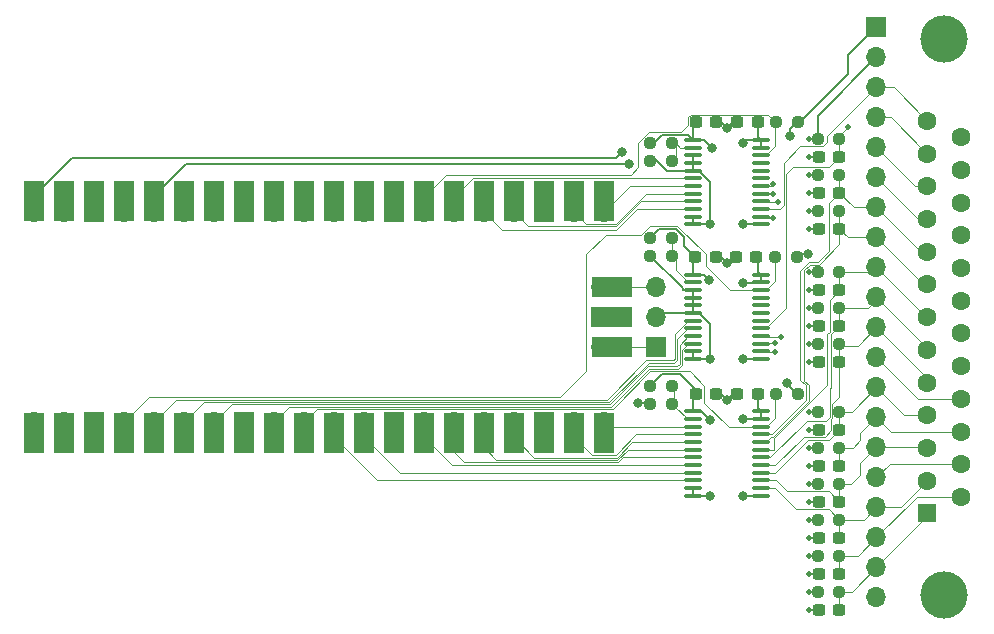
<source format=gbr>
%TF.GenerationSoftware,KiCad,Pcbnew,6.0.10-86aedd382b~118~ubuntu20.04.1*%
%TF.CreationDate,2022-12-30T18:50:17-08:00*%
%TF.ProjectId,parallel2usb,70617261-6c6c-4656-9c32-7573622e6b69,rev?*%
%TF.SameCoordinates,Original*%
%TF.FileFunction,Copper,L1,Top*%
%TF.FilePolarity,Positive*%
%FSLAX46Y46*%
G04 Gerber Fmt 4.6, Leading zero omitted, Abs format (unit mm)*
G04 Created by KiCad (PCBNEW 6.0.10-86aedd382b~118~ubuntu20.04.1) date 2022-12-30 18:50:17*
%MOMM*%
%LPD*%
G01*
G04 APERTURE LIST*
G04 Aperture macros list*
%AMRoundRect*
0 Rectangle with rounded corners*
0 $1 Rounding radius*
0 $2 $3 $4 $5 $6 $7 $8 $9 X,Y pos of 4 corners*
0 Add a 4 corners polygon primitive as box body*
4,1,4,$2,$3,$4,$5,$6,$7,$8,$9,$2,$3,0*
0 Add four circle primitives for the rounded corners*
1,1,$1+$1,$2,$3*
1,1,$1+$1,$4,$5*
1,1,$1+$1,$6,$7*
1,1,$1+$1,$8,$9*
0 Add four rect primitives between the rounded corners*
20,1,$1+$1,$2,$3,$4,$5,0*
20,1,$1+$1,$4,$5,$6,$7,0*
20,1,$1+$1,$6,$7,$8,$9,0*
20,1,$1+$1,$8,$9,$2,$3,0*%
G04 Aperture macros list end*
%TA.AperFunction,SMDPad,CuDef*%
%ADD10RoundRect,0.237500X0.250000X0.237500X-0.250000X0.237500X-0.250000X-0.237500X0.250000X-0.237500X0*%
%TD*%
%TA.AperFunction,SMDPad,CuDef*%
%ADD11RoundRect,0.237500X0.300000X0.237500X-0.300000X0.237500X-0.300000X-0.237500X0.300000X-0.237500X0*%
%TD*%
%TA.AperFunction,SMDPad,CuDef*%
%ADD12RoundRect,0.237500X-0.250000X-0.237500X0.250000X-0.237500X0.250000X0.237500X-0.250000X0.237500X0*%
%TD*%
%TA.AperFunction,SMDPad,CuDef*%
%ADD13RoundRect,0.237500X-0.300000X-0.237500X0.300000X-0.237500X0.300000X0.237500X-0.300000X0.237500X0*%
%TD*%
%TA.AperFunction,SMDPad,CuDef*%
%ADD14RoundRect,0.100000X-0.637500X-0.100000X0.637500X-0.100000X0.637500X0.100000X-0.637500X0.100000X0*%
%TD*%
%TA.AperFunction,ComponentPad*%
%ADD15C,4.000000*%
%TD*%
%TA.AperFunction,ComponentPad*%
%ADD16R,1.600000X1.600000*%
%TD*%
%TA.AperFunction,ComponentPad*%
%ADD17C,1.600000*%
%TD*%
%TA.AperFunction,ComponentPad*%
%ADD18O,1.700000X1.700000*%
%TD*%
%TA.AperFunction,ComponentPad*%
%ADD19R,1.700000X1.700000*%
%TD*%
%TA.AperFunction,SMDPad,CuDef*%
%ADD20R,3.500000X1.700000*%
%TD*%
%TA.AperFunction,SMDPad,CuDef*%
%ADD21R,1.700000X3.500000*%
%TD*%
%TA.AperFunction,ViaPad*%
%ADD22C,0.460000*%
%TD*%
%TA.AperFunction,ViaPad*%
%ADD23C,0.800000*%
%TD*%
%TA.AperFunction,Conductor*%
%ADD24C,0.100000*%
%TD*%
%TA.AperFunction,Conductor*%
%ADD25C,0.200000*%
%TD*%
G04 APERTURE END LIST*
D10*
%TO.P,R3,2*%
%TO.N,/SOEN_3*%
X186309000Y-85090000D03*
%TO.P,R3,1*%
%TO.N,+3.3V*%
X188134000Y-85090000D03*
%TD*%
D11*
%TO.P,C3,2*%
%TO.N,GND*%
X183007000Y-85090000D03*
%TO.P,C3,1*%
%TO.N,+5V*%
X184732000Y-85090000D03*
%TD*%
%TO.P,C16,1*%
%TO.N,/INIT*%
X191643000Y-114173000D03*
%TO.P,C16,2*%
%TO.N,GND*%
X189918000Y-114173000D03*
%TD*%
%TO.P,C17,1*%
%TO.N,/AUTOF*%
X191643000Y-123317000D03*
%TO.P,C17,2*%
%TO.N,GND*%
X189918000Y-123317000D03*
%TD*%
D12*
%TO.P,R9,1*%
%TO.N,+5V*%
X189818000Y-103886000D03*
%TO.P,R9,2*%
%TO.N,/D3*%
X191643000Y-103886000D03*
%TD*%
D11*
%TO.P,C15,1*%
%TO.N,/SELIN*%
X191643000Y-88011000D03*
%TO.P,C15,2*%
%TO.N,GND*%
X189918000Y-88011000D03*
%TD*%
D12*
%TO.P,R18,1*%
%TO.N,+3.3V*%
X175617500Y-94869000D03*
%TO.P,R18,2*%
%TO.N,/CDIR_3*%
X177442500Y-94869000D03*
%TD*%
D13*
%TO.P,C5,2*%
%TO.N,GND*%
X181176000Y-96520000D03*
%TO.P,C5,1*%
%TO.N,+3.3V*%
X179451000Y-96520000D03*
%TD*%
D11*
%TO.P,C11,1*%
%TO.N,/D2*%
X191643000Y-111125000D03*
%TO.P,C11,2*%
%TO.N,GND*%
X189918000Y-111125000D03*
%TD*%
D12*
%TO.P,R11,1*%
%TO.N,+5V*%
X189818000Y-115697000D03*
%TO.P,R11,2*%
%TO.N,/D1*%
X191643000Y-115697000D03*
%TD*%
D14*
%TO.P,U1,24,VCCB*%
%TO.N,+5V*%
X184980500Y-109582000D03*
%TO.P,U1,23,VCCB*%
X184980500Y-110232000D03*
%TO.P,U1,22,~{OE}*%
%TO.N,/DOEN_3*%
X184980500Y-110882000D03*
%TO.P,U1,21,B1*%
%TO.N,/D7*%
X184980500Y-111532000D03*
%TO.P,U1,20,B2*%
%TO.N,/D6*%
X184980500Y-112182000D03*
%TO.P,U1,19,B3*%
%TO.N,/D5*%
X184980500Y-112832000D03*
%TO.P,U1,18,B4*%
%TO.N,/D4*%
X184980500Y-113482000D03*
%TO.P,U1,17,B5*%
%TO.N,/D3*%
X184980500Y-114132000D03*
%TO.P,U1,16,B6*%
%TO.N,/D2*%
X184980500Y-114782000D03*
%TO.P,U1,15,B7*%
%TO.N,/D1*%
X184980500Y-115432000D03*
%TO.P,U1,14,B8*%
%TO.N,/D0*%
X184980500Y-116082000D03*
%TO.P,U1,13,GND*%
%TO.N,GND*%
X184980500Y-116732000D03*
%TO.P,U1,12,GND*%
X179255500Y-116732000D03*
%TO.P,U1,11,GND*%
X179255500Y-116082000D03*
%TO.P,U1,10,A8*%
%TO.N,/D0_3*%
X179255500Y-115432000D03*
%TO.P,U1,9,A7*%
%TO.N,/D1_3*%
X179255500Y-114782000D03*
%TO.P,U1,8,A6*%
%TO.N,/D2_3*%
X179255500Y-114132000D03*
%TO.P,U1,7,A5*%
%TO.N,/D3_3*%
X179255500Y-113482000D03*
%TO.P,U1,6,A4*%
%TO.N,/D4_3*%
X179255500Y-112832000D03*
%TO.P,U1,5,A3*%
%TO.N,/D5_3*%
X179255500Y-112182000D03*
%TO.P,U1,4,A2*%
%TO.N,/D6_3*%
X179255500Y-111532000D03*
%TO.P,U1,3,A1*%
%TO.N,/D7_3*%
X179255500Y-110882000D03*
%TO.P,U1,2,DIR*%
%TO.N,/DDIR_3*%
X179255500Y-110232000D03*
%TO.P,U1,1,VCCA*%
%TO.N,+3.3V*%
X179255500Y-109582000D03*
%TD*%
D10*
%TO.P,R19,1*%
%TO.N,/CDIR_3*%
X177442500Y-96393000D03*
%TO.P,R19,2*%
%TO.N,GND*%
X175617500Y-96393000D03*
%TD*%
D12*
%TO.P,R16,1*%
%TO.N,+3.3V*%
X175641000Y-86868000D03*
%TO.P,R16,2*%
%TO.N,/SDIR_3*%
X177466000Y-86868000D03*
%TD*%
D13*
%TO.P,C2,2*%
%TO.N,GND*%
X181229000Y-108077000D03*
%TO.P,C2,1*%
%TO.N,+3.3V*%
X179504000Y-108077000D03*
%TD*%
D11*
%TO.P,C4,2*%
%TO.N,GND*%
X183007000Y-108077000D03*
%TO.P,C4,1*%
%TO.N,+5V*%
X184732000Y-108077000D03*
%TD*%
D14*
%TO.P,U3,24,VCCB*%
%TO.N,+5V*%
X184980500Y-98006000D03*
%TO.P,U3,23,VCCB*%
X184980500Y-98656000D03*
%TO.P,U3,22,~{OE}*%
%TO.N,/COEN_3*%
X184980500Y-99306000D03*
%TO.P,U3,21,B1*%
%TO.N,unconnected-(U3-Pad21)*%
X184980500Y-99956000D03*
%TO.P,U3,20,B2*%
%TO.N,unconnected-(U3-Pad20)*%
X184980500Y-100606000D03*
%TO.P,U3,19,B3*%
%TO.N,unconnected-(U3-Pad19)*%
X184980500Y-101256000D03*
%TO.P,U3,18,B4*%
%TO.N,unconnected-(U3-Pad18)*%
X184980500Y-101906000D03*
%TO.P,U3,17,B5*%
%TO.N,/SELIN*%
X184980500Y-102556000D03*
%TO.P,U3,16,B6*%
%TO.N,/INIT*%
X184980500Y-103206000D03*
%TO.P,U3,15,B7*%
%TO.N,/AUTOF*%
X184980500Y-103856000D03*
%TO.P,U3,14,B8*%
%TO.N,/STROBE*%
X184980500Y-104506000D03*
%TO.P,U3,13,GND*%
%TO.N,GND*%
X184980500Y-105156000D03*
%TO.P,U3,12,GND*%
X179255500Y-105156000D03*
%TO.P,U3,11,GND*%
X179255500Y-104506000D03*
%TO.P,U3,10,A8*%
%TO.N,/STROBE_3*%
X179255500Y-103856000D03*
%TO.P,U3,9,A7*%
%TO.N,/AUTOF_3*%
X179255500Y-103206000D03*
%TO.P,U3,8,A6*%
%TO.N,/INIT_3*%
X179255500Y-102556000D03*
%TO.P,U3,7,A5*%
%TO.N,/SELIN_3*%
X179255500Y-101906000D03*
%TO.P,U3,6,A4*%
%TO.N,GND*%
X179255500Y-101256000D03*
%TO.P,U3,5,A3*%
X179255500Y-100606000D03*
%TO.P,U3,4,A2*%
X179255500Y-99956000D03*
%TO.P,U3,3,A1*%
X179255500Y-99306000D03*
%TO.P,U3,2,DIR*%
%TO.N,/CDIR_3*%
X179255500Y-98656000D03*
%TO.P,U3,1,VCCA*%
%TO.N,+3.3V*%
X179255500Y-98006000D03*
%TD*%
D11*
%TO.P,C9,1*%
%TO.N,/D4*%
X191643000Y-102362000D03*
%TO.P,C9,2*%
%TO.N,GND*%
X189918000Y-102362000D03*
%TD*%
D12*
%TO.P,R8,1*%
%TO.N,+5V*%
X189818000Y-100838000D03*
%TO.P,R8,2*%
%TO.N,/D4*%
X191643000Y-100838000D03*
%TD*%
%TO.P,R6,1*%
%TO.N,+5V*%
X189818000Y-92583000D03*
%TO.P,R6,2*%
%TO.N,/D6*%
X191643000Y-92583000D03*
%TD*%
D15*
%TO.P,J1,0,PAD*%
%TO.N,GND*%
X200508000Y-78055000D03*
X200508000Y-125155000D03*
D16*
%TO.P,J1,1,1*%
%TO.N,/STROBE*%
X199088000Y-118225000D03*
D17*
%TO.P,J1,2,2*%
%TO.N,/D0*%
X199088000Y-115455000D03*
%TO.P,J1,3,3*%
%TO.N,/D1*%
X199088000Y-112685000D03*
%TO.P,J1,4,4*%
%TO.N,/D2*%
X199088000Y-109915000D03*
%TO.P,J1,5,5*%
%TO.N,/D3*%
X199088000Y-107145000D03*
%TO.P,J1,6,6*%
%TO.N,/D4*%
X199088000Y-104375000D03*
%TO.P,J1,7,7*%
%TO.N,/D5*%
X199088000Y-101605000D03*
%TO.P,J1,8,8*%
%TO.N,/D6*%
X199088000Y-98835000D03*
%TO.P,J1,9,9*%
%TO.N,/D7*%
X199088000Y-96065000D03*
%TO.P,J1,10,10*%
%TO.N,/ACK*%
X199088000Y-93295000D03*
%TO.P,J1,11,11*%
%TO.N,/BUSY*%
X199088000Y-90525000D03*
%TO.P,J1,12,12*%
%TO.N,/PE*%
X199088000Y-87755000D03*
%TO.P,J1,13,13*%
%TO.N,/SEL*%
X199088000Y-84985000D03*
%TO.P,J1,14,P14*%
%TO.N,/AUTOF*%
X201928000Y-116840000D03*
%TO.P,J1,15,P15*%
%TO.N,/ERROR*%
X201928000Y-114070000D03*
%TO.P,J1,16,P16*%
%TO.N,/INIT*%
X201928000Y-111300000D03*
%TO.P,J1,17,P17*%
%TO.N,/SELIN*%
X201928000Y-108530000D03*
%TO.P,J1,18,P18*%
%TO.N,GND*%
X201928000Y-105760000D03*
%TO.P,J1,19,P19*%
X201928000Y-102990000D03*
%TO.P,J1,20,P20*%
X201928000Y-100220000D03*
%TO.P,J1,21,P21*%
X201928000Y-97450000D03*
%TO.P,J1,22,P22*%
X201928000Y-94680000D03*
%TO.P,J1,23,P23*%
X201928000Y-91910000D03*
%TO.P,J1,24,P24*%
X201928000Y-89140000D03*
%TO.P,J1,25,P25*%
X201928000Y-86370000D03*
%TD*%
D10*
%TO.P,R2,2*%
%TO.N,/DOEN_3*%
X186309000Y-108077000D03*
%TO.P,R2,1*%
%TO.N,+3.3V*%
X188134000Y-108077000D03*
%TD*%
D12*
%TO.P,R15,1*%
%TO.N,+5V*%
X189818000Y-124841000D03*
%TO.P,R15,2*%
%TO.N,/STROBE*%
X191643000Y-124841000D03*
%TD*%
D11*
%TO.P,C10,1*%
%TO.N,/D3*%
X191643000Y-105410000D03*
%TO.P,C10,2*%
%TO.N,GND*%
X189918000Y-105410000D03*
%TD*%
%TO.P,C8,1*%
%TO.N,/D5*%
X191643000Y-99314000D03*
%TO.P,C8,2*%
%TO.N,GND*%
X189918000Y-99314000D03*
%TD*%
D12*
%TO.P,R14,1*%
%TO.N,+5V*%
X189818000Y-121793000D03*
%TO.P,R14,2*%
%TO.N,/AUTOF*%
X191643000Y-121793000D03*
%TD*%
D18*
%TO.P,J3,3,Pin_3*%
%TO.N,/SWDIO*%
X176149000Y-99045000D03*
%TO.P,J3,2,Pin_2*%
%TO.N,GND*%
X176149000Y-101585000D03*
D19*
%TO.P,J3,1,Pin_1*%
%TO.N,/SWCLK*%
X176149000Y-104125000D03*
%TD*%
D12*
%TO.P,R13,1*%
%TO.N,+5V*%
X189818000Y-112649000D03*
%TO.P,R13,2*%
%TO.N,/INIT*%
X191643000Y-112649000D03*
%TD*%
%TO.P,R10,1*%
%TO.N,+5V*%
X189818000Y-109601000D03*
%TO.P,R10,2*%
%TO.N,/D2*%
X191643000Y-109601000D03*
%TD*%
D10*
%TO.P,R21,1*%
%TO.N,/DDIR_3*%
X177442500Y-108966000D03*
%TO.P,R21,2*%
%TO.N,GND*%
X175617500Y-108966000D03*
%TD*%
D11*
%TO.P,C6,1*%
%TO.N,/D7*%
X191643000Y-91059000D03*
%TO.P,C6,2*%
%TO.N,GND*%
X189918000Y-91059000D03*
%TD*%
%TO.P,C12,1*%
%TO.N,/D1*%
X191643000Y-117221000D03*
%TO.P,C12,2*%
%TO.N,GND*%
X189918000Y-117221000D03*
%TD*%
%TO.P,C14,2*%
%TO.N,GND*%
X182880000Y-96520000D03*
%TO.P,C14,1*%
%TO.N,+5V*%
X184605000Y-96520000D03*
%TD*%
D13*
%TO.P,C1,2*%
%TO.N,GND*%
X181229000Y-85090000D03*
%TO.P,C1,1*%
%TO.N,+3.3V*%
X179504000Y-85090000D03*
%TD*%
D10*
%TO.P,R17,1*%
%TO.N,/SDIR_3*%
X177466000Y-88392000D03*
%TO.P,R17,2*%
%TO.N,GND*%
X175641000Y-88392000D03*
%TD*%
D11*
%TO.P,C18,1*%
%TO.N,/STROBE*%
X191643000Y-126365000D03*
%TO.P,C18,2*%
%TO.N,GND*%
X189918000Y-126365000D03*
%TD*%
D12*
%TO.P,R7,1*%
%TO.N,+5V*%
X189818000Y-97790000D03*
%TO.P,R7,2*%
%TO.N,/D5*%
X191643000Y-97790000D03*
%TD*%
%TO.P,R12,1*%
%TO.N,+5V*%
X189818000Y-118745000D03*
%TO.P,R12,2*%
%TO.N,/D0*%
X191643000Y-118745000D03*
%TD*%
D11*
%TO.P,C13,2*%
%TO.N,GND*%
X189918000Y-120269000D03*
%TO.P,C13,1*%
%TO.N,/D0*%
X191643000Y-120269000D03*
%TD*%
D12*
%TO.P,R20,2*%
%TO.N,/DDIR_3*%
X177466000Y-107442000D03*
%TO.P,R20,1*%
%TO.N,+3.3V*%
X175641000Y-107442000D03*
%TD*%
D11*
%TO.P,C7,1*%
%TO.N,/D6*%
X191643000Y-94107000D03*
%TO.P,C7,2*%
%TO.N,GND*%
X189918000Y-94107000D03*
%TD*%
D20*
%TO.P,U4,43,SWDIO*%
%TO.N,/SWDIO*%
X172350000Y-99060000D03*
D18*
X171450000Y-99060000D03*
D20*
%TO.P,U4,42,GND*%
%TO.N,GND*%
X172350000Y-101600000D03*
D19*
X171450000Y-101600000D03*
D20*
%TO.P,U4,41,SWCLK*%
%TO.N,/SWCLK*%
X172350000Y-104140000D03*
D18*
X171450000Y-104140000D03*
D21*
%TO.P,U4,40,VBUS*%
%TO.N,+5V*%
X123420000Y-91810000D03*
D18*
X123420000Y-92710000D03*
%TO.P,U4,39,VSYS*%
%TO.N,unconnected-(U4-Pad39)*%
X125960000Y-92710000D03*
D21*
X125960000Y-91810000D03*
%TO.P,U4,38,GND*%
%TO.N,GND*%
X128500000Y-91810000D03*
D19*
X128500000Y-92710000D03*
D18*
%TO.P,U4,37,3V3_EN*%
%TO.N,unconnected-(U4-Pad37)*%
X131040000Y-92710000D03*
D21*
X131040000Y-91810000D03*
%TO.P,U4,36,3V3*%
%TO.N,+3.3V*%
X133580000Y-91810000D03*
D18*
X133580000Y-92710000D03*
D21*
%TO.P,U4,35,ADC_VREF*%
%TO.N,unconnected-(U4-Pad35)*%
X136120000Y-91810000D03*
D18*
X136120000Y-92710000D03*
D21*
%TO.P,U4,34,GPIO28_ADC2*%
%TO.N,unconnected-(U4-Pad34)*%
X138660000Y-91810000D03*
D18*
X138660000Y-92710000D03*
D19*
%TO.P,U4,33,AGND*%
%TO.N,GND*%
X141200000Y-92710000D03*
D21*
X141200000Y-91810000D03*
%TO.P,U4,32,GPIO27_ADC1*%
%TO.N,unconnected-(U4-Pad32)*%
X143740000Y-91810000D03*
D18*
X143740000Y-92710000D03*
%TO.P,U4,31,GPIO26_ADC0*%
%TO.N,unconnected-(U4-Pad31)*%
X146280000Y-92710000D03*
D21*
X146280000Y-91810000D03*
D18*
%TO.P,U4,30,RUN*%
%TO.N,unconnected-(U4-Pad30)*%
X148820000Y-92710000D03*
D21*
X148820000Y-91810000D03*
D18*
%TO.P,U4,29,GPIO22*%
%TO.N,unconnected-(U4-Pad29)*%
X151360000Y-92710000D03*
D21*
X151360000Y-91810000D03*
%TO.P,U4,28,GND*%
%TO.N,GND*%
X153900000Y-91810000D03*
D19*
X153900000Y-92710000D03*
D18*
%TO.P,U4,27,GPIO21*%
%TO.N,/SOEN_3*%
X156440000Y-92710000D03*
D21*
X156440000Y-91810000D03*
%TO.P,U4,26,GPIO20*%
%TO.N,/ACK_3*%
X158980000Y-91810000D03*
D18*
X158980000Y-92710000D03*
D21*
%TO.P,U4,25,GPIO19*%
%TO.N,/ERROR_3*%
X161520000Y-91810000D03*
D18*
X161520000Y-92710000D03*
%TO.P,U4,24,GPIO18*%
%TO.N,/SEL_3*%
X164060000Y-92710000D03*
D21*
X164060000Y-91810000D03*
%TO.P,U4,23,GND*%
%TO.N,GND*%
X166600000Y-91810000D03*
D19*
X166600000Y-92710000D03*
D21*
%TO.P,U4,22,GPIO17*%
%TO.N,/PE_3*%
X169140000Y-91810000D03*
D18*
X169140000Y-92710000D03*
D21*
%TO.P,U4,21,GPIO16*%
%TO.N,/BUSY_3*%
X171680000Y-91810000D03*
D18*
X171680000Y-92710000D03*
D21*
%TO.P,U4,20,GPIO15*%
%TO.N,/D7_3*%
X171680000Y-111390000D03*
D18*
X171680000Y-110490000D03*
%TO.P,U4,19,GPIO14*%
%TO.N,/D6_3*%
X169140000Y-110490000D03*
D21*
X169140000Y-111390000D03*
%TO.P,U4,18,GND*%
%TO.N,GND*%
X166600000Y-111390000D03*
D19*
X166600000Y-110490000D03*
D18*
%TO.P,U4,17,GPIO13*%
%TO.N,/D5_3*%
X164060000Y-110490000D03*
D21*
X164060000Y-111390000D03*
D18*
%TO.P,U4,16,GPIO12*%
%TO.N,/D4_3*%
X161520000Y-110490000D03*
D21*
X161520000Y-111390000D03*
D18*
%TO.P,U4,15,GPIO11*%
%TO.N,/D3_3*%
X158980000Y-110490000D03*
D21*
X158980000Y-111390000D03*
D18*
%TO.P,U4,14,GPIO10*%
%TO.N,/D2_3*%
X156440000Y-110490000D03*
D21*
X156440000Y-111390000D03*
D19*
%TO.P,U4,13,GND*%
%TO.N,GND*%
X153900000Y-110490000D03*
D21*
X153900000Y-111390000D03*
D18*
%TO.P,U4,12,GPIO9*%
%TO.N,/D1_3*%
X151360000Y-110490000D03*
D21*
X151360000Y-111390000D03*
D18*
%TO.P,U4,11,GPIO8*%
%TO.N,/D0_3*%
X148820000Y-110490000D03*
D21*
X148820000Y-111390000D03*
%TO.P,U4,10,GPIO7*%
%TO.N,/DOEN_3*%
X146280000Y-111390000D03*
D18*
X146280000Y-110490000D03*
D21*
%TO.P,U4,9,GPIO6*%
%TO.N,/STROBE_3*%
X143740000Y-111390000D03*
D18*
X143740000Y-110490000D03*
D19*
%TO.P,U4,8,GND*%
%TO.N,GND*%
X141200000Y-110490000D03*
D21*
X141200000Y-111390000D03*
D18*
%TO.P,U4,7,GPIO5*%
%TO.N,/AUTOF_3*%
X138660000Y-110490000D03*
D21*
X138660000Y-111390000D03*
D18*
%TO.P,U4,6,GPIO4*%
%TO.N,/INIT_3*%
X136120000Y-110490000D03*
D21*
X136120000Y-111390000D03*
%TO.P,U4,5,GPIO3*%
%TO.N,/SELIN_3*%
X133580000Y-111390000D03*
D18*
X133580000Y-110490000D03*
%TO.P,U4,4,GPIO2*%
%TO.N,/COEN_3*%
X131040000Y-110490000D03*
D21*
X131040000Y-111390000D03*
D19*
%TO.P,U4,3,GND*%
%TO.N,GND*%
X128500000Y-110490000D03*
D21*
X128500000Y-111390000D03*
%TO.P,U4,2,GPIO1*%
%TO.N,unconnected-(U4-Pad2)*%
X125960000Y-111390000D03*
D18*
X125960000Y-110490000D03*
D21*
%TO.P,U4,1,GPIO0*%
%TO.N,unconnected-(U4-Pad1)*%
X123420000Y-111390000D03*
D18*
X123420000Y-110490000D03*
%TD*%
D10*
%TO.P,R1,2*%
%TO.N,/COEN_3*%
X186182000Y-96520000D03*
%TO.P,R1,1*%
%TO.N,+3.3V*%
X188007000Y-96520000D03*
%TD*%
D14*
%TO.P,U2,24,VCCB*%
%TO.N,+5V*%
X184980500Y-86595000D03*
%TO.P,U2,23,VCCB*%
X184980500Y-87245000D03*
%TO.P,U2,22,~{OE}*%
%TO.N,/SOEN_3*%
X184980500Y-87895000D03*
%TO.P,U2,21,B1*%
%TO.N,unconnected-(U2-Pad21)*%
X184980500Y-88545000D03*
%TO.P,U2,20,B2*%
%TO.N,unconnected-(U2-Pad20)*%
X184980500Y-89195000D03*
%TO.P,U2,19,B3*%
%TO.N,unconnected-(U2-Pad19)*%
X184980500Y-89845000D03*
%TO.P,U2,18,B4*%
%TO.N,/PE*%
X184980500Y-90495000D03*
%TO.P,U2,17,B5*%
%TO.N,/BUSY*%
X184980500Y-91145000D03*
%TO.P,U2,16,B6*%
%TO.N,/ACK*%
X184980500Y-91795000D03*
%TO.P,U2,15,B7*%
%TO.N,/SEL*%
X184980500Y-92445000D03*
%TO.P,U2,14,B8*%
%TO.N,/ERROR*%
X184980500Y-93095000D03*
%TO.P,U2,13,GND*%
%TO.N,GND*%
X184980500Y-93745000D03*
%TO.P,U2,12,GND*%
X179255500Y-93745000D03*
%TO.P,U2,11,GND*%
X179255500Y-93095000D03*
%TO.P,U2,10,A8*%
%TO.N,/ERROR_3*%
X179255500Y-92445000D03*
%TO.P,U2,9,A7*%
%TO.N,/SEL_3*%
X179255500Y-91795000D03*
%TO.P,U2,8,A6*%
%TO.N,/PE_3*%
X179255500Y-91145000D03*
%TO.P,U2,7,A5*%
%TO.N,/BUSY_3*%
X179255500Y-90495000D03*
%TO.P,U2,6,A4*%
%TO.N,/ACK_3*%
X179255500Y-89845000D03*
%TO.P,U2,5,A3*%
%TO.N,GND*%
X179255500Y-89195000D03*
%TO.P,U2,4,A2*%
X179255500Y-88545000D03*
%TO.P,U2,3,A1*%
X179255500Y-87895000D03*
%TO.P,U2,2,DIR*%
%TO.N,/SDIR_3*%
X179255500Y-87245000D03*
%TO.P,U2,1,VCCA*%
%TO.N,+3.3V*%
X179255500Y-86595000D03*
%TD*%
D12*
%TO.P,R4,1*%
%TO.N,+5V*%
X189818000Y-86487000D03*
%TO.P,R4,2*%
%TO.N,/SELIN*%
X191643000Y-86487000D03*
%TD*%
D19*
%TO.P,J2,1,Pin_1*%
%TO.N,+3.3V*%
X194770000Y-77082000D03*
D18*
%TO.P,J2,2,Pin_2*%
%TO.N,+5V*%
X194770000Y-79622000D03*
%TO.P,J2,3,Pin_3*%
%TO.N,/SEL*%
X194770000Y-82162000D03*
%TO.P,J2,4,Pin_4*%
%TO.N,/PE*%
X194770000Y-84702000D03*
%TO.P,J2,5,Pin_5*%
%TO.N,/BUSY*%
X194770000Y-87242000D03*
%TO.P,J2,6,Pin_6*%
%TO.N,/ACK*%
X194770000Y-89782000D03*
%TO.P,J2,7,Pin_7*%
%TO.N,/D7*%
X194770000Y-92322000D03*
%TO.P,J2,8,Pin_8*%
%TO.N,/D6*%
X194770000Y-94862000D03*
%TO.P,J2,9,Pin_9*%
%TO.N,/D5*%
X194770000Y-97402000D03*
%TO.P,J2,10,Pin_10*%
%TO.N,/D4*%
X194770000Y-99942000D03*
%TO.P,J2,11,Pin_11*%
%TO.N,/D3*%
X194770000Y-102482000D03*
%TO.P,J2,12,Pin_12*%
%TO.N,/SELIN*%
X194770000Y-105022000D03*
%TO.P,J2,13,Pin_13*%
%TO.N,/D2*%
X194770000Y-107562000D03*
%TO.P,J2,14,Pin_14*%
%TO.N,/INIT*%
X194770000Y-110102000D03*
%TO.P,J2,15,Pin_15*%
%TO.N,/D1*%
X194770000Y-112642000D03*
%TO.P,J2,16,Pin_16*%
%TO.N,/ERROR*%
X194770000Y-115182000D03*
%TO.P,J2,17,Pin_17*%
%TO.N,/D0*%
X194770000Y-117722000D03*
%TO.P,J2,18,Pin_18*%
%TO.N,/AUTOF*%
X194770000Y-120262000D03*
%TO.P,J2,19,Pin_19*%
%TO.N,/STROBE*%
X194770000Y-122802000D03*
%TO.P,J2,20,Pin_20*%
%TO.N,GND*%
X194770000Y-125342000D03*
%TD*%
D12*
%TO.P,R5,1*%
%TO.N,+5V*%
X189818000Y-89535000D03*
%TO.P,R5,2*%
%TO.N,/D7*%
X191643000Y-89535000D03*
%TD*%
D22*
%TO.N,/SELIN*%
X192405000Y-85471000D03*
D23*
%TO.N,+5V*%
X183515000Y-98679000D03*
%TO.N,GND*%
X174625000Y-108839000D03*
%TO.N,+3.3V*%
X188976000Y-96266000D03*
X187198000Y-107188000D03*
X180594000Y-98425000D03*
%TO.N,+5V*%
X173228000Y-87630000D03*
%TO.N,+3.3V*%
X187452000Y-86233000D03*
X173863000Y-88656503D03*
D22*
%TO.N,/ACK*%
X186436000Y-91821000D03*
%TO.N,/ERROR*%
X186055000Y-93218000D03*
%TO.N,/INIT*%
X186690000Y-103251000D03*
%TO.N,/AUTOF*%
X186182000Y-103759000D03*
%TO.N,/STROBE*%
X186182000Y-104521000D03*
D23*
%TO.N,GND*%
X182118000Y-97028000D03*
X180721000Y-105156000D03*
X183515000Y-105156000D03*
D22*
%TO.N,+5V*%
X189103000Y-121793000D03*
%TO.N,GND*%
X189103000Y-123317000D03*
X189103000Y-117221000D03*
%TO.N,+5V*%
X189103000Y-112649000D03*
%TO.N,GND*%
X189103000Y-91059000D03*
X189103000Y-88011000D03*
D23*
X180721000Y-93726000D03*
X180721000Y-116713000D03*
D22*
%TO.N,+5V*%
X189103000Y-115697000D03*
D23*
%TO.N,GND*%
X182118000Y-108585000D03*
X183515000Y-116713000D03*
D22*
X189103000Y-120269000D03*
D23*
X183515000Y-93726000D03*
D22*
X189103000Y-126365000D03*
D23*
X182118000Y-85598000D03*
D22*
X189103000Y-94107000D03*
X189103000Y-102362000D03*
%TO.N,+5V*%
X189103000Y-92583000D03*
%TO.N,GND*%
X189103000Y-105410000D03*
X189103000Y-99314000D03*
X189103000Y-111125000D03*
%TO.N,/BUSY*%
X185984000Y-91186000D03*
%TO.N,/PE*%
X186055000Y-90297000D03*
D23*
%TO.N,+3.3V*%
X180641843Y-110315157D03*
X180848000Y-87249000D03*
D22*
%TO.N,+5V*%
X189103000Y-103886000D03*
D23*
X183515000Y-110236000D03*
D22*
X189103000Y-97790000D03*
%TO.N,GND*%
X189103000Y-114173000D03*
%TO.N,+5V*%
X189103000Y-109601000D03*
D23*
X183515000Y-86868000D03*
D22*
X189103000Y-100838000D03*
X189103000Y-86487000D03*
X189103000Y-89535000D03*
X189103000Y-118745000D03*
X189103000Y-124841000D03*
%TD*%
D24*
%TO.N,/SELIN*%
X192405000Y-85471000D02*
X191643000Y-86233000D01*
X191643000Y-86233000D02*
X191643000Y-86487000D01*
%TO.N,/SEL*%
X190627000Y-86741000D02*
X190627000Y-86305000D01*
X186944000Y-92075000D02*
X186944000Y-88519000D01*
X186574000Y-92445000D02*
X186944000Y-92075000D01*
X190246000Y-87122000D02*
X190627000Y-86741000D01*
X188341000Y-87122000D02*
X190246000Y-87122000D01*
X184980500Y-92445000D02*
X186574000Y-92445000D01*
%TO.N,/SELIN*%
X184980500Y-102556000D02*
X185421553Y-102556000D01*
X185421553Y-102556000D02*
X187143501Y-100834052D01*
%TO.N,/SEL*%
X186944000Y-88519000D02*
X188341000Y-87122000D01*
%TO.N,/SELIN*%
X187143501Y-100834052D02*
X187143501Y-89462499D01*
X187143501Y-89462499D02*
X187696000Y-88910000D01*
X190744000Y-88910000D02*
X191643000Y-88011000D01*
X187696000Y-88910000D02*
X190744000Y-88910000D01*
%TO.N,/SEL*%
X190627000Y-86305000D02*
X194770000Y-82162000D01*
%TO.N,/CDIR_3*%
X177442500Y-94869000D02*
X177442500Y-96393000D01*
D25*
%TO.N,+3.3V*%
X175617500Y-94869000D02*
X176379500Y-94107000D01*
X176379500Y-94107000D02*
X177800000Y-94107000D01*
X177800000Y-94107000D02*
X178498500Y-94805500D01*
X178498500Y-94805500D02*
X178498500Y-95567500D01*
X178498500Y-95567500D02*
X179451000Y-96520000D01*
D24*
%TO.N,/COEN_3*%
X167969500Y-108382500D02*
X133147500Y-108382500D01*
X170180000Y-96274998D02*
X170180000Y-106172000D01*
X177903347Y-93857499D02*
X175593493Y-93857499D01*
X175593493Y-93857499D02*
X174831493Y-94619499D01*
X133147500Y-108382500D02*
X131040000Y-110490000D01*
X180340000Y-96294152D02*
X177903347Y-93857499D01*
X170180000Y-106172000D02*
X167969500Y-108382500D01*
X184980500Y-99306000D02*
X182364000Y-99306000D01*
X171835499Y-94619499D02*
X170180000Y-96274998D01*
X182364000Y-99306000D02*
X180340000Y-97282000D01*
X174831493Y-94619499D02*
X171835499Y-94619499D01*
X180340000Y-97282000D02*
X180340000Y-96294152D01*
D25*
%TO.N,+5V*%
X183515000Y-98679000D02*
X184957500Y-98679000D01*
X184957500Y-98679000D02*
X184980500Y-98656000D01*
D24*
%TO.N,/D6*%
X189883137Y-97165000D02*
X189121138Y-97165000D01*
X188677637Y-97608501D02*
X188677637Y-106988499D01*
X191643000Y-94107000D02*
X191643000Y-95405137D01*
X185980585Y-111735553D02*
X185868000Y-111735553D01*
X188677637Y-106988499D02*
X189048501Y-107359363D01*
X191643000Y-95405137D02*
X189883137Y-97165000D01*
X189121138Y-97165000D02*
X188677637Y-97608501D01*
%TO.N,/D7*%
X185902000Y-111532000D02*
X188771500Y-108662500D01*
%TO.N,/D6*%
X189048501Y-107359363D02*
X189048501Y-108667637D01*
X185421553Y-112182000D02*
X184980500Y-112182000D01*
X189048501Y-108667637D02*
X185980585Y-111735553D01*
X185868000Y-111735553D02*
X185421553Y-112182000D01*
%TO.N,/D7*%
X188341000Y-97663000D02*
X188341000Y-106934000D01*
X184980500Y-111532000D02*
X185902000Y-111532000D01*
X188771500Y-108662500D02*
X188771500Y-107364500D01*
X188771500Y-107364500D02*
X188341000Y-106934000D01*
%TO.N,/SOEN_3*%
X175529993Y-85943499D02*
X174625000Y-86848492D01*
X178816000Y-84692492D02*
X178816000Y-85344000D01*
X178216501Y-85943499D02*
X175529993Y-85943499D01*
X174625000Y-88900000D02*
X173990000Y-89535000D01*
X178816000Y-85344000D02*
X178216501Y-85943499D01*
X179043492Y-84465000D02*
X178816000Y-84692492D01*
X185557000Y-84465000D02*
X179043492Y-84465000D01*
X186182000Y-85090000D02*
X185557000Y-84465000D01*
X186182000Y-87134553D02*
X186182000Y-85090000D01*
X174625000Y-86848492D02*
X174625000Y-88900000D01*
X185421553Y-87895000D02*
X186182000Y-87134553D01*
X184980500Y-87895000D02*
X185421553Y-87895000D01*
X173990000Y-89535000D02*
X158355000Y-89535000D01*
D25*
%TO.N,+5V*%
X172720000Y-88138000D02*
X173228000Y-87630000D01*
X172720000Y-88138000D02*
X126632000Y-88138000D01*
X123420000Y-91350000D02*
X123420000Y-92710000D01*
X126632000Y-88138000D02*
X123420000Y-91350000D01*
D24*
%TO.N,/STROBE_3*%
X145049496Y-109180504D02*
X172330850Y-109180504D01*
X178296727Y-104362684D02*
X178803411Y-103856000D01*
%TO.N,/DOEN_3*%
X180213000Y-108839000D02*
X180213000Y-107442000D01*
%TO.N,/STROBE_3*%
X172330850Y-109180504D02*
X175538855Y-105972499D01*
%TO.N,/AUTOF_3*%
X172248214Y-108981003D02*
X175456219Y-105772998D01*
X175456219Y-105772998D02*
X177874275Y-105772998D01*
%TO.N,/DOEN_3*%
X172432995Y-109360497D02*
X172432995Y-109380005D01*
%TO.N,/STROBE_3*%
X143740000Y-110490000D02*
X145049496Y-109180504D01*
X178296727Y-105632684D02*
X178296727Y-104362684D01*
%TO.N,/AUTOF_3*%
X178814447Y-103206000D02*
X179255500Y-103206000D01*
%TO.N,/DOEN_3*%
X147389995Y-109380005D02*
X146280000Y-110490000D01*
%TO.N,/STROBE_3*%
X175538855Y-105972499D02*
X177956912Y-105972499D01*
%TO.N,/DOEN_3*%
X184980500Y-110882000D02*
X182256000Y-110882000D01*
%TO.N,/AUTOF_3*%
X140168997Y-108981003D02*
X172248214Y-108981003D01*
X177874275Y-105772998D02*
X178097226Y-105550048D01*
X178097226Y-105550048D02*
X178097226Y-103923221D01*
X178097226Y-103923221D02*
X178814447Y-103206000D01*
X138660000Y-110490000D02*
X140168997Y-108981003D01*
%TO.N,/STROBE_3*%
X178803411Y-103856000D02*
X179255500Y-103856000D01*
X177956912Y-105972499D02*
X178296727Y-105632684D01*
%TO.N,/DOEN_3*%
X180213000Y-107442000D02*
X178947499Y-106176499D01*
X182256000Y-110882000D02*
X180213000Y-108839000D01*
X178947499Y-106176499D02*
X175616993Y-106176499D01*
X175616993Y-106176499D02*
X172432995Y-109360497D01*
X172432995Y-109380005D02*
X147389995Y-109380005D01*
D25*
%TO.N,GND*%
X174625000Y-108839000D02*
X175490500Y-108839000D01*
D24*
%TO.N,/CDIR_3*%
X177800000Y-97641553D02*
X177800000Y-96750500D01*
X177800000Y-96750500D02*
X177442500Y-96393000D01*
D25*
%TO.N,GND*%
X178380000Y-99306000D02*
X178380000Y-99155500D01*
X178380000Y-99155500D02*
X175617500Y-96393000D01*
%TO.N,+3.3V*%
X188976000Y-96266000D02*
X188261000Y-96266000D01*
X188261000Y-96266000D02*
X188007000Y-96520000D01*
X187198000Y-107188000D02*
X187198000Y-107268000D01*
X187198000Y-107268000D02*
X188007000Y-108077000D01*
X180594000Y-98425000D02*
X180175000Y-98006000D01*
X180175000Y-98006000D02*
X179255500Y-98006000D01*
X136273497Y-88656503D02*
X173863000Y-88656503D01*
X133580000Y-91350000D02*
X136273497Y-88656503D01*
X133580000Y-92710000D02*
X133580000Y-91350000D01*
X187452000Y-86233000D02*
X187452000Y-85645000D01*
X187452000Y-85645000D02*
X188007000Y-85090000D01*
D24*
%TO.N,/SELIN_3*%
X133580000Y-110490000D02*
X135487999Y-108582001D01*
%TO.N,/INIT_3*%
X177660142Y-105450996D02*
X177897725Y-105213412D01*
%TO.N,/SELIN_3*%
X135487999Y-108582001D02*
X171960999Y-108582001D01*
%TO.N,/INIT_3*%
X177897725Y-103472722D02*
X178814447Y-102556000D01*
%TO.N,/SELIN_3*%
X175291505Y-105251495D02*
X177577505Y-105251495D01*
X171960999Y-108582001D02*
X175291505Y-105251495D01*
X177698224Y-105130776D02*
X177698224Y-103022224D01*
%TO.N,/INIT_3*%
X136120000Y-110490000D02*
X137828498Y-108781502D01*
%TO.N,/SELIN_3*%
X177577505Y-105251495D02*
X177698224Y-105130776D01*
X177698224Y-103022224D02*
X178814447Y-101906000D01*
%TO.N,/INIT_3*%
X178814447Y-102556000D02*
X179255500Y-102556000D01*
X137828498Y-108781502D02*
X172142498Y-108781502D01*
X175473004Y-105450996D02*
X177660142Y-105450996D01*
%TO.N,/SELIN_3*%
X178814447Y-101906000D02*
X179255500Y-101906000D01*
%TO.N,/INIT_3*%
X177897725Y-105213412D02*
X177897725Y-103472722D01*
X172142498Y-108781502D02*
X175473004Y-105450996D01*
%TO.N,/SOEN_3*%
X158355000Y-89535000D02*
X156440000Y-91450000D01*
X156440000Y-91450000D02*
X156440000Y-92710000D01*
D25*
%TO.N,GND*%
X179255500Y-89195000D02*
X179767264Y-89195000D01*
X179767264Y-89195000D02*
X180721000Y-90148736D01*
X180721000Y-90148736D02*
X180721000Y-93726000D01*
%TO.N,+3.3V*%
X175975000Y-86868000D02*
X176650000Y-86193000D01*
X176650000Y-86193000D02*
X178853500Y-86193000D01*
X178853500Y-86193000D02*
X179255500Y-86595000D01*
%TO.N,GND*%
X175951500Y-88138000D02*
X177008500Y-89195000D01*
X177008500Y-89195000D02*
X179255500Y-89195000D01*
D24*
%TO.N,/SDIR_3*%
X177800000Y-86868000D02*
X177800000Y-88114500D01*
X177800000Y-88114500D02*
X177776500Y-88138000D01*
X177800000Y-86868000D02*
X178177000Y-87245000D01*
X178177000Y-87245000D02*
X179255500Y-87245000D01*
%TO.N,/ACK_3*%
X179255500Y-89845000D02*
X160585000Y-89845000D01*
X160585000Y-89845000D02*
X158980000Y-91450000D01*
X158980000Y-91450000D02*
X158980000Y-92710000D01*
%TO.N,/PE_3*%
X170140000Y-93710000D02*
X169140000Y-92710000D01*
X175244724Y-91145000D02*
X172679724Y-93710000D01*
X172679724Y-93710000D02*
X170140000Y-93710000D01*
%TO.N,/SEL_3*%
X174876862Y-91795000D02*
X172762361Y-93909501D01*
%TO.N,/PE_3*%
X179255500Y-91145000D02*
X175244724Y-91145000D01*
%TO.N,/SEL_3*%
X165259501Y-93909501D02*
X164060000Y-92710000D01*
X179255500Y-91795000D02*
X174876862Y-91795000D01*
X172762361Y-93909501D02*
X165259501Y-93909501D01*
%TO.N,/ERROR_3*%
X179255500Y-92445000D02*
X174509000Y-92445000D01*
X174509000Y-92445000D02*
X172720000Y-94234000D01*
X172720000Y-94234000D02*
X163044000Y-94234000D01*
X163044000Y-94234000D02*
X161520000Y-92710000D01*
%TO.N,/BUSY_3*%
X179255500Y-90495000D02*
X173895000Y-90495000D01*
X173895000Y-90495000D02*
X171680000Y-92710000D01*
D25*
%TO.N,GND*%
X179255500Y-88545000D02*
X179255500Y-89195000D01*
X179255500Y-87895000D02*
X179255500Y-88545000D01*
X179255500Y-101256000D02*
X176478000Y-101256000D01*
X176478000Y-101256000D02*
X176149000Y-101585000D01*
X179255500Y-101256000D02*
X179767264Y-101256000D01*
X179767264Y-101256000D02*
X180721000Y-102209736D01*
X180721000Y-102209736D02*
X180721000Y-105156000D01*
%TO.N,+3.3V*%
X179504000Y-108077000D02*
X179504000Y-107749000D01*
X179504000Y-107749000D02*
X178181000Y-106426000D01*
X176610000Y-106426000D02*
X175848000Y-107188000D01*
X178181000Y-106426000D02*
X176610000Y-106426000D01*
X179255500Y-109582000D02*
X179255500Y-108325500D01*
X179255500Y-108325500D02*
X179504000Y-108077000D01*
X179255500Y-98006000D02*
X179255500Y-96715500D01*
X179255500Y-96715500D02*
X179451000Y-96520000D01*
%TO.N,GND*%
X179255500Y-100606000D02*
X179255500Y-101256000D01*
X179255500Y-99956000D02*
X179255500Y-100606000D01*
X179255500Y-99306000D02*
X179255500Y-99956000D01*
%TO.N,+5V*%
X184980500Y-98656000D02*
X184980500Y-98006000D01*
D24*
%TO.N,/COEN_3*%
X184980500Y-99306000D02*
X185421553Y-99306000D01*
X185421553Y-99306000D02*
X186182000Y-98545553D01*
X186182000Y-98545553D02*
X186182000Y-96520000D01*
%TO.N,/D0_3*%
X179255500Y-115432000D02*
X152502000Y-115432000D01*
X152502000Y-115432000D02*
X148820000Y-111750000D01*
X148820000Y-111750000D02*
X148820000Y-110490000D01*
%TO.N,/D1_3*%
X179255500Y-114782000D02*
X154392000Y-114782000D01*
X151360000Y-111750000D02*
X151360000Y-110490000D01*
X154392000Y-114782000D02*
X151360000Y-111750000D01*
%TO.N,/D2_3*%
X179255500Y-114132000D02*
X158822000Y-114132000D01*
X158822000Y-114132000D02*
X156440000Y-111750000D01*
X156440000Y-111750000D02*
X156440000Y-110490000D01*
%TO.N,/D3_3*%
X179255500Y-113482000D02*
X173335116Y-113482000D01*
X173335116Y-113482000D02*
X172928113Y-113889002D01*
X172928113Y-113889002D02*
X159863002Y-113889002D01*
X159863002Y-113889002D02*
X158980000Y-113006000D01*
X158980000Y-113006000D02*
X158980000Y-110490000D01*
%TO.N,/D4_3*%
X179255500Y-112832000D02*
X173702980Y-112832000D01*
X173702980Y-112832000D02*
X172845478Y-113689501D01*
X172845478Y-113689501D02*
X162584501Y-113689501D01*
X162584501Y-113689501D02*
X161520000Y-112625000D01*
X161520000Y-112625000D02*
X161520000Y-110490000D01*
%TO.N,/D5_3*%
X179255500Y-112182000D02*
X174070137Y-112182000D01*
X174070137Y-112182000D02*
X172762636Y-113489501D01*
X172762636Y-113489501D02*
X165799501Y-113489501D01*
X165799501Y-113489501D02*
X164060000Y-111750000D01*
X164060000Y-111750000D02*
X164060000Y-110490000D01*
%TO.N,/D6_3*%
X179255500Y-111532000D02*
X174438000Y-111532000D01*
X174438000Y-111532000D02*
X172680000Y-113290000D01*
X172680000Y-113290000D02*
X170694000Y-113290000D01*
X170694000Y-113290000D02*
X169140000Y-111736000D01*
X169140000Y-111736000D02*
X169140000Y-110490000D01*
%TO.N,/D7_3*%
X179255500Y-110882000D02*
X172072000Y-110882000D01*
X172072000Y-110882000D02*
X171680000Y-110490000D01*
%TO.N,/SWCLK*%
X171450000Y-104140000D02*
X171465000Y-104125000D01*
X171465000Y-104125000D02*
X176149000Y-104125000D01*
%TO.N,/SWDIO*%
X171450000Y-99060000D02*
X171465000Y-99045000D01*
X171465000Y-99045000D02*
X176149000Y-99045000D01*
D25*
%TO.N,GND*%
X178380000Y-99306000D02*
X179255500Y-99306000D01*
D24*
%TO.N,/CDIR_3*%
X179255500Y-98656000D02*
X178814447Y-98656000D01*
X178814447Y-98656000D02*
X177800000Y-97641553D01*
%TO.N,/DDIR_3*%
X177673000Y-108458000D02*
X177673000Y-107188000D01*
X179255500Y-110232000D02*
X178814447Y-110232000D01*
X178814447Y-110232000D02*
X177673000Y-109090553D01*
X177673000Y-109090553D02*
X177673000Y-108458000D01*
D25*
%TO.N,+3.3V*%
X179255500Y-86595000D02*
X179255500Y-85338500D01*
X179255500Y-85338500D02*
X179504000Y-85090000D01*
X179255500Y-86595000D02*
X180194000Y-86595000D01*
X180194000Y-86595000D02*
X180848000Y-87249000D01*
%TO.N,+5V*%
X184980500Y-86595000D02*
X183534000Y-86595000D01*
X183534000Y-86595000D02*
X183261000Y-86868000D01*
X184980500Y-110232000D02*
X183519000Y-110232000D01*
X183519000Y-110232000D02*
X183515000Y-110236000D01*
%TO.N,+3.3V*%
X179255500Y-109582000D02*
X179908686Y-109582000D01*
X179908686Y-109582000D02*
X180641843Y-110315157D01*
D24*
%TO.N,/STROBE*%
X194770000Y-122802000D02*
X199088000Y-118484000D01*
X199088000Y-118484000D02*
X199088000Y-118225000D01*
%TO.N,/AUTOF*%
X194770000Y-120262000D02*
X198192000Y-116840000D01*
X198192000Y-116840000D02*
X201928000Y-116840000D01*
%TO.N,/D0*%
X194770000Y-117722000D02*
X196821000Y-117722000D01*
X196821000Y-117722000D02*
X199088000Y-115455000D01*
%TO.N,/ERROR*%
X194770000Y-115182000D02*
X195882000Y-114070000D01*
X195882000Y-114070000D02*
X201928000Y-114070000D01*
%TO.N,/D1*%
X194770000Y-112642000D02*
X199045000Y-112642000D01*
X199045000Y-112642000D02*
X199088000Y-112685000D01*
%TO.N,/INIT*%
X194770000Y-110102000D02*
X195968000Y-111300000D01*
X195968000Y-111300000D02*
X201928000Y-111300000D01*
%TO.N,/D2*%
X194770000Y-107562000D02*
X197123000Y-109915000D01*
X197123000Y-109915000D02*
X199088000Y-109915000D01*
%TO.N,/SELIN*%
X194770000Y-105022000D02*
X198278000Y-108530000D01*
X198278000Y-108530000D02*
X201928000Y-108530000D01*
%TO.N,/D3*%
X194770000Y-102482000D02*
X199088000Y-106800000D01*
X199088000Y-106800000D02*
X199088000Y-107145000D01*
%TO.N,/D4*%
X194770000Y-99942000D02*
X199088000Y-104260000D01*
X199088000Y-104260000D02*
X199088000Y-104375000D01*
%TO.N,/D5*%
X194770000Y-97402000D02*
X198973000Y-101605000D01*
X198973000Y-101605000D02*
X199088000Y-101605000D01*
%TO.N,/D6*%
X194770000Y-94862000D02*
X198743000Y-98835000D01*
X198743000Y-98835000D02*
X199088000Y-98835000D01*
%TO.N,/D7*%
X194770000Y-92322000D02*
X198513000Y-96065000D01*
X198513000Y-96065000D02*
X199088000Y-96065000D01*
%TO.N,/ACK*%
X194770000Y-89782000D02*
X198283000Y-93295000D01*
X198283000Y-93295000D02*
X199088000Y-93295000D01*
%TO.N,/BUSY*%
X194770000Y-87242000D02*
X198053000Y-90525000D01*
X198053000Y-90525000D02*
X199088000Y-90525000D01*
%TO.N,/PE*%
X194770000Y-84702000D02*
X196035000Y-84702000D01*
X196035000Y-84702000D02*
X199088000Y-87755000D01*
%TO.N,/SEL*%
X194770000Y-82162000D02*
X196265000Y-82162000D01*
X196265000Y-82162000D02*
X199088000Y-84985000D01*
D25*
%TO.N,+3.3V*%
X188007000Y-85090000D02*
X188341000Y-85090000D01*
X188341000Y-85090000D02*
X192405000Y-81026000D01*
X192405000Y-81026000D02*
X192405000Y-79447000D01*
X192405000Y-79447000D02*
X194770000Y-77082000D01*
%TO.N,+5V*%
X189818000Y-86487000D02*
X189818000Y-84574000D01*
X189818000Y-84574000D02*
X194770000Y-79622000D01*
D24*
%TO.N,/D4*%
X188877137Y-110363000D02*
X185758137Y-113482000D01*
%TO.N,/PE*%
X184980500Y-90495000D02*
X185857000Y-90495000D01*
X185857000Y-90495000D02*
X186055000Y-90297000D01*
%TO.N,/BUSY*%
X184980500Y-91145000D02*
X185943000Y-91145000D01*
X185943000Y-91145000D02*
X185984000Y-91186000D01*
%TO.N,/ACK*%
X186436000Y-91821000D02*
X185006500Y-91821000D01*
X185006500Y-91821000D02*
X184980500Y-91795000D01*
%TO.N,/ERROR*%
X185103500Y-93218000D02*
X184980500Y-93095000D01*
X186055000Y-93218000D02*
X185103500Y-93218000D01*
%TO.N,/INIT*%
X186690000Y-103251000D02*
X185025500Y-103251000D01*
X185025500Y-103251000D02*
X184980500Y-103206000D01*
%TO.N,/AUTOF*%
X186182000Y-103759000D02*
X185077500Y-103759000D01*
X185077500Y-103759000D02*
X184980500Y-103856000D01*
%TO.N,/STROBE*%
X186182000Y-104521000D02*
X184995500Y-104521000D01*
X184995500Y-104521000D02*
X184980500Y-104506000D01*
%TO.N,/DOEN_3*%
X184980500Y-110882000D02*
X185421553Y-110882000D01*
X185421553Y-110882000D02*
X186182000Y-110121553D01*
X186182000Y-110121553D02*
X186182000Y-108077000D01*
%TO.N,/D5*%
X190805001Y-100151999D02*
X190805001Y-102842645D01*
%TO.N,/D7*%
X190754000Y-96012000D02*
X189800501Y-96965499D01*
%TO.N,/D5*%
X186126000Y-112832000D02*
X184980500Y-112832000D01*
X186126000Y-111872274D02*
X186126000Y-112832000D01*
X190605500Y-107392774D02*
X186126000Y-111872274D01*
X190605500Y-103042146D02*
X190605500Y-107392774D01*
%TO.N,/D7*%
X189800501Y-96965499D02*
X189038501Y-96965499D01*
X189038501Y-96965499D02*
X188341000Y-97663000D01*
%TO.N,/D5*%
X191643000Y-99314000D02*
X190805001Y-100151999D01*
X190805001Y-102842645D02*
X190605500Y-103042146D01*
%TO.N,/D7*%
X191643000Y-91059000D02*
X190754000Y-91948000D01*
X190754000Y-91948000D02*
X190754000Y-96012000D01*
%TO.N,/D4*%
X191643000Y-102362000D02*
X190955500Y-103049500D01*
X190955500Y-107516500D02*
X190805999Y-107666001D01*
X190500000Y-110363000D02*
X188877137Y-110363000D01*
X190955500Y-103049500D02*
X190955500Y-107516500D01*
X190805999Y-107666001D02*
X190805999Y-110057001D01*
X190805999Y-110057001D02*
X190500000Y-110363000D01*
X185758137Y-113482000D02*
X184980500Y-113482000D01*
%TO.N,/D3*%
X191643000Y-108359138D02*
X191643000Y-105410000D01*
X191005500Y-108996638D02*
X191643000Y-108359138D01*
X191005500Y-110139637D02*
X191005500Y-108996638D01*
X190955500Y-110189638D02*
X191005500Y-110139637D01*
X190955500Y-111173008D02*
X190955500Y-110189638D01*
X186223000Y-114132000D02*
X188605000Y-111750000D01*
X190378508Y-111750000D02*
X190955500Y-111173008D01*
X188605000Y-111750000D02*
X190378508Y-111750000D01*
X184980500Y-114132000D02*
X186223000Y-114132000D01*
%TO.N,/D2*%
X191643000Y-109601000D02*
X191643000Y-111125000D01*
X191643000Y-111125000D02*
X190744000Y-112024000D01*
X190744000Y-112024000D02*
X188966000Y-112024000D01*
X188966000Y-112024000D02*
X186182000Y-114808000D01*
X186182000Y-114808000D02*
X185006500Y-114808000D01*
X185006500Y-114808000D02*
X184980500Y-114782000D01*
%TO.N,/D1*%
X191643000Y-117221000D02*
X190744000Y-116322000D01*
X187188000Y-116322000D02*
X186298000Y-115432000D01*
X190744000Y-116322000D02*
X187188000Y-116322000D01*
X186298000Y-115432000D02*
X184980500Y-115432000D01*
%TO.N,/D0*%
X191643000Y-118745000D02*
X190744000Y-117846000D01*
X190744000Y-117846000D02*
X187950000Y-117846000D01*
X187950000Y-117846000D02*
X186182000Y-116078000D01*
X186182000Y-116078000D02*
X184984500Y-116078000D01*
X184984500Y-116078000D02*
X184980500Y-116082000D01*
D25*
%TO.N,+5V*%
X184980500Y-86595000D02*
X184980500Y-87245000D01*
X184732000Y-85090000D02*
X184732000Y-86346500D01*
X184732000Y-86346500D02*
X184980500Y-86595000D01*
X184785000Y-96520000D02*
X184785000Y-97810500D01*
X184785000Y-97810500D02*
X184980500Y-98006000D01*
X184980500Y-109582000D02*
X184980500Y-110232000D01*
X184732000Y-108077000D02*
X184732000Y-109333500D01*
X184732000Y-109333500D02*
X184980500Y-109582000D01*
%TO.N,GND*%
X183007000Y-108077000D02*
X182626000Y-108077000D01*
X182626000Y-108077000D02*
X182118000Y-108585000D01*
X181229000Y-108077000D02*
X181610000Y-108077000D01*
X181610000Y-108077000D02*
X182118000Y-108585000D01*
X183060000Y-96520000D02*
X182626000Y-96520000D01*
X182626000Y-96520000D02*
X182118000Y-97028000D01*
X181176000Y-96520000D02*
X181610000Y-96520000D01*
X181610000Y-96520000D02*
X182118000Y-97028000D01*
X183007000Y-85090000D02*
X182626000Y-85090000D01*
X182626000Y-85090000D02*
X182118000Y-85598000D01*
X181229000Y-85090000D02*
X181610000Y-85090000D01*
X181610000Y-85090000D02*
X182118000Y-85598000D01*
X179255500Y-93745000D02*
X179255500Y-93095000D01*
X179255500Y-93745000D02*
X180702000Y-93745000D01*
X180702000Y-93745000D02*
X180721000Y-93726000D01*
X184980500Y-93745000D02*
X183534000Y-93745000D01*
X183534000Y-93745000D02*
X183515000Y-93726000D01*
X184980500Y-116732000D02*
X183534000Y-116732000D01*
X183534000Y-116732000D02*
X183515000Y-116713000D01*
X180721000Y-116713000D02*
X180575000Y-116732000D01*
X180575000Y-116732000D02*
X179255500Y-116732000D01*
X179255500Y-116732000D02*
X179255500Y-116082000D01*
X179255500Y-105156000D02*
X179255500Y-104506000D01*
X180721000Y-105156000D02*
X179255500Y-105156000D01*
X183515000Y-105156000D02*
X184980500Y-105156000D01*
X189918000Y-126365000D02*
X189103000Y-126365000D01*
X189918000Y-123317000D02*
X189103000Y-123317000D01*
%TO.N,+5V*%
X189818000Y-121793000D02*
X189103000Y-121793000D01*
%TO.N,GND*%
X189918000Y-120269000D02*
X189103000Y-120269000D01*
%TO.N,+5V*%
X189818000Y-118745000D02*
X189103000Y-118745000D01*
%TO.N,GND*%
X189918000Y-117221000D02*
X189103000Y-117221000D01*
%TO.N,+5V*%
X189818000Y-115697000D02*
X189103000Y-115697000D01*
%TO.N,GND*%
X189918000Y-114173000D02*
X189103000Y-114173000D01*
%TO.N,+5V*%
X189818000Y-112649000D02*
X189103000Y-112649000D01*
%TO.N,GND*%
X189918000Y-111125000D02*
X189103000Y-111125000D01*
%TO.N,+5V*%
X189818000Y-109601000D02*
X189103000Y-109601000D01*
%TO.N,GND*%
X189918000Y-105410000D02*
X189103000Y-105410000D01*
%TO.N,+5V*%
X189818000Y-103886000D02*
X189103000Y-103886000D01*
%TO.N,GND*%
X189918000Y-102362000D02*
X189103000Y-102362000D01*
%TO.N,+5V*%
X189818000Y-100838000D02*
X189103000Y-100838000D01*
%TO.N,GND*%
X189918000Y-99314000D02*
X189103000Y-99314000D01*
%TO.N,+5V*%
X189818000Y-97790000D02*
X189103000Y-97790000D01*
%TO.N,GND*%
X189918000Y-94107000D02*
X189103000Y-94107000D01*
%TO.N,+5V*%
X189818000Y-92583000D02*
X189103000Y-92583000D01*
%TO.N,GND*%
X189918000Y-91059000D02*
X189103000Y-91059000D01*
%TO.N,+5V*%
X189818000Y-89535000D02*
X189103000Y-89535000D01*
%TO.N,GND*%
X189918000Y-88011000D02*
X189103000Y-88011000D01*
%TO.N,+5V*%
X189818000Y-86487000D02*
X189103000Y-86487000D01*
D24*
%TO.N,/SELIN*%
X191643000Y-88011000D02*
X191643000Y-86487000D01*
%TO.N,/D7*%
X191643000Y-91059000D02*
X191643000Y-89535000D01*
X194770000Y-92322000D02*
X192906000Y-92322000D01*
X192906000Y-92322000D02*
X191643000Y-91059000D01*
%TO.N,/D6*%
X191643000Y-94107000D02*
X191643000Y-92583000D01*
X194770000Y-94862000D02*
X192398000Y-94862000D01*
X192398000Y-94862000D02*
X191643000Y-94107000D01*
%TO.N,/D5*%
X191643000Y-97790000D02*
X191643000Y-99314000D01*
X194770000Y-97402000D02*
X194770000Y-97457000D01*
X194770000Y-97457000D02*
X194437000Y-97790000D01*
X194437000Y-97790000D02*
X191643000Y-97790000D01*
%TO.N,/D4*%
X191643000Y-100838000D02*
X191643000Y-102362000D01*
X194770000Y-99942000D02*
X194770000Y-100124000D01*
X194770000Y-100124000D02*
X194056000Y-100838000D01*
X194056000Y-100838000D02*
X191643000Y-100838000D01*
%TO.N,/D3*%
X191643000Y-103886000D02*
X191643000Y-105410000D01*
X194770000Y-102482000D02*
X193239000Y-104013000D01*
X191770000Y-104013000D02*
X191643000Y-103886000D01*
X193239000Y-104013000D02*
X191770000Y-104013000D01*
%TO.N,/D2*%
X194770000Y-107562000D02*
X192731000Y-109601000D01*
X192731000Y-109601000D02*
X191643000Y-109601000D01*
%TO.N,/INIT*%
X191643000Y-112649000D02*
X191643000Y-114173000D01*
X194770000Y-110102000D02*
X193421000Y-111451000D01*
X193421000Y-111451000D02*
X193421000Y-112014000D01*
X193421000Y-112014000D02*
X192786000Y-112649000D01*
X192786000Y-112649000D02*
X191643000Y-112649000D01*
%TO.N,/D1*%
X191643000Y-115697000D02*
X191643000Y-117221000D01*
X194770000Y-112642000D02*
X193421000Y-113991000D01*
X193421000Y-113991000D02*
X193421000Y-114935000D01*
X193421000Y-114935000D02*
X192659000Y-115697000D01*
X192659000Y-115697000D02*
X191643000Y-115697000D01*
%TO.N,/D0*%
X191643000Y-118745000D02*
X191643000Y-120269000D01*
X194770000Y-117722000D02*
X193747000Y-118745000D01*
X193747000Y-118745000D02*
X191643000Y-118745000D01*
%TO.N,/AUTOF*%
X191643000Y-121793000D02*
X191643000Y-123317000D01*
X194770000Y-120262000D02*
X193239000Y-121793000D01*
X193239000Y-121793000D02*
X191643000Y-121793000D01*
%TO.N,/STROBE*%
X191643000Y-124841000D02*
X191643000Y-126365000D01*
X194770000Y-122802000D02*
X192731000Y-124841000D01*
X192731000Y-124841000D02*
X191643000Y-124841000D01*
%TD*%
M02*

</source>
